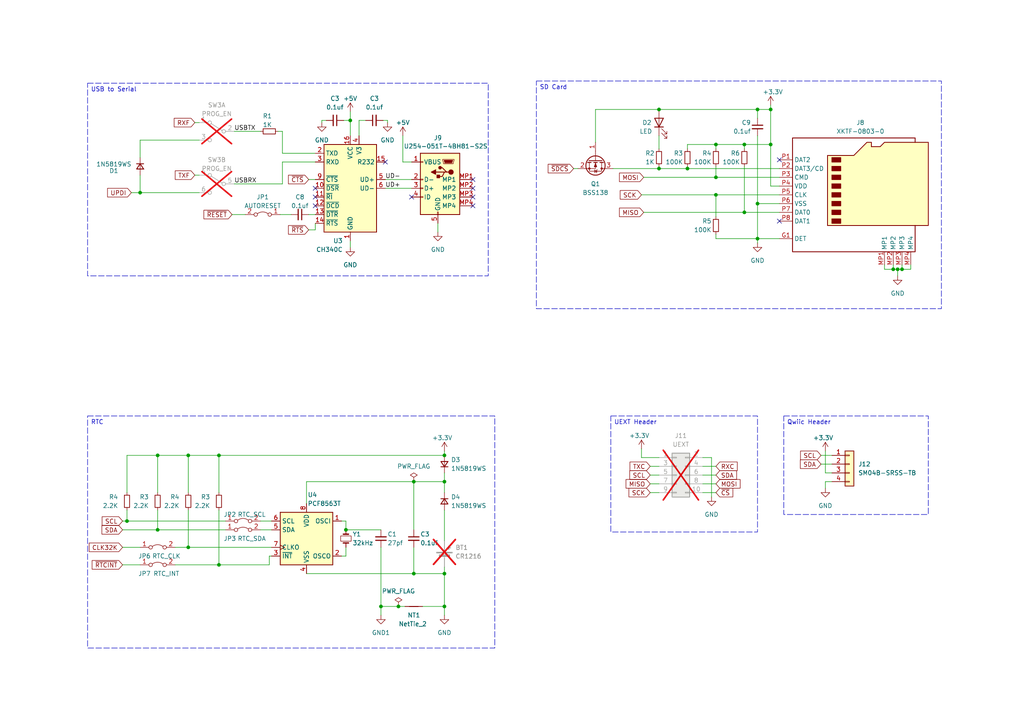
<source format=kicad_sch>
(kicad_sch (version 20231120) (generator "eeschema") (generator_version "8.0")
  (paper "A4")
  (lib_symbols
    (symbol "Connector:Micro_SD_Card_Det1"
      (property "Reference" "J11" (at 0.635 20.955 0))
      (property "Value" "Micro_SD_Card_Det1" (at 0.635 18.415 0))
      (symbol "Micro_SD_Card_Det1_0_1"
        (rectangle (start -7.62 -6.985) (end -5.08 -8.255) (stroke (width 0.254)) (fill (type outline)))
        (rectangle (start -7.62 -4.445) (end -5.08 -5.715) (stroke (width 0.254)) (fill (type outline)))
        (rectangle (start -7.62 -1.905) (end -5.08 -3.175) (stroke (width 0.254)) (fill (type outline)))
        (rectangle (start -7.62 0.635) (end -5.08 -0.635) (stroke (width 0.254)) (fill (type outline)))
        (rectangle (start -7.62 3.175) (end -5.08 1.905) (stroke (width 0.254)) (fill (type outline)))
        (rectangle (start -7.62 5.715) (end -5.08 4.445) (stroke (width 0.254)) (fill (type outline)))
        (rectangle (start -7.62 8.255) (end -5.08 6.985) (stroke (width 0.254)) (fill (type outline)))
        (rectangle (start -7.62 10.795) (end -5.08 9.525) (stroke (width 0.254)) (fill (type outline)))
        (polyline (pts (xy 16.51 15.24) (xy 16.51 16.51) (xy -19.05 16.51) (xy -19.05 -16.51) (xy 16.51 -16.51) (xy 16.51 -8.89)) (stroke (width 0.254)))
        (polyline (pts (xy -8.89 -8.89) (xy -8.89 11.43) (xy -1.27 11.43) (xy 2.54 15.24) (xy 3.81 15.24) (xy 3.81 13.97) (xy 6.35 13.97) (xy 7.62 15.24) (xy 20.32 15.24) (xy 20.32 -8.89) (xy -8.89 -8.89)) (stroke (width 0.254)) (fill (type background)))
      )
      (symbol "Micro_SD_Card_Det1_1_1"
        (pin passive line (at -22.86 -12.7 0) (length 3.81) (name "DET") (number "G1"))
        (pin passive line (at 7.62 -20.32 90) (length 3.81) (name "MP1") (number "MP1"))
        (pin passive line (at 10.16 -20.32 90) (length 3.81) (name "MP2") (number "MP2"))
        (pin passive line (at 12.7 -20.32 90) (length 3.81) (name "MP3") (number "MP3"))
        (pin passive line (at 15.24 -20.32 90) (length 3.81) (name "MP4") (number "MP4"))
        (pin bidirectional line (at -22.86 10.16 0) (length 3.81) (name "DAT2") (number "P1"))
        (pin bidirectional line (at -22.86 7.62 0) (length 3.81) (name "DAT3/CD") (number "P2"))
        (pin input line (at -22.86 5.08 0) (length 3.81) (name "CMD") (number "P3"))
        (pin power_in line (at -22.86 2.54 0) (length 3.81) (name "VDD") (number "P4"))
        (pin input line (at -22.86 0 0) (length 3.81) (name "CLK") (number "P5"))
        (pin power_in line (at -22.86 -2.54 0) (length 3.81) (name "VSS") (number "P6"))
        (pin bidirectional line (at -22.86 -5.08 0) (length 3.81) (name "DAT0") (number "P7"))
        (pin bidirectional line (at -22.86 -7.62 0) (length 3.81) (name "DAT1") (number "P8"))
      )
    )
    (symbol "Connector:USB_B_Micro" (pin_names (offset 1.016))
      (property "Reference" "J11" (at 0 12.065 0))
      (property "Value" "U254-051T-4BH81-S2S" (at 0 9.525 0))
      (symbol "USB_B_Micro_0_1"
        (rectangle (start -6.35 7.62) (end 5.08 -10.16) (stroke (width 0.254)) (fill (type background)))
        (circle (center -3.81 2.159) (radius 0.635) (stroke (width 0.254)) (fill (type outline)))
        (circle (center -0.635 3.429) (radius 0.381) (stroke (width 0.254)) (fill (type outline)))
        (rectangle (start -0.127 -9.398) (end 0.127 -10.16))
        (polyline (pts (xy -1.905 2.159) (xy 0.635 2.159)) (stroke (width 0.254)))
        (polyline (pts (xy -3.175 2.159) (xy -2.54 2.159) (xy -1.27 3.429) (xy -0.635 3.429)) (stroke (width 0.254)))
        (polyline (pts (xy -2.54 2.159) (xy -1.905 2.159) (xy -1.27 0.889) (xy 0 0.889)) (stroke (width 0.254)))
        (polyline (pts (xy 0.635 2.794) (xy 0.635 1.524) (xy 1.905 2.159) (xy 0.635 2.794)) (stroke (width 0.254)) (fill (type outline)))
        (polyline (pts (xy -4.318 5.588) (xy -1.778 5.588) (xy -2.032 4.826) (xy -4.064 4.826) (xy -4.318 5.588)) (fill (type outline)))
        (polyline (pts (xy -4.699 5.842) (xy -4.699 5.588) (xy -4.445 4.826) (xy -4.445 4.572) (xy -1.651 4.572) (xy -1.651 4.826) (xy -1.397 5.588) (xy -1.397 5.842) (xy -4.699 5.842)))
        (rectangle (start 0.254 1.27) (end -0.508 0.508) (stroke (width 0.254)) (fill (type outline)))
        (rectangle (start 5.08 -5.207) (end 4.318 -4.953))
        (rectangle (start 5.08 -2.667) (end 4.318 -2.413))
        (rectangle (start 5.08 -0.127) (end 4.318 0.127))
        (rectangle (start 5.08 4.953) (end 4.318 5.207))
      )
      (symbol "USB_B_Micro_1_1"
        (pin power_out line (at 7.62 5.08 180) (length 2.54) (name "VBUS") (number "1"))
        (pin bidirectional line (at 7.62 0 180) (length 2.54) (name "D-") (number "2"))
        (pin bidirectional line (at 7.62 -2.54 180) (length 2.54) (name "D+") (number "3"))
        (pin passive line (at 7.62 -5.08 180) (length 2.54) (name "ID") (number "4"))
        (pin power_out line (at 0 -12.7 90) (length 2.54) (name "GND") (number "5"))
        (pin passive line (at -10.16 0 0) (length 3.81) (name "MP1") (number "MP1"))
        (pin passive line (at -10.16 -2.54 0) (length 3.81) (name "MP2") (number "MP2"))
        (pin passive line (at -10.16 -5.08 0) (length 3.81) (name "MP3") (number "MP3"))
        (pin passive line (at -10.16 -7.62 0) (length 3.81) (name "MP4") (number "MP4"))
      )
    )
    (symbol "Connector_Generic:Conn_01x04" (pin_names (offset 1.016) hide)
      (property "Reference" "J" (at 0 5.08 0))
      (property "Value" "Conn_01x04" (at 0 -7.62 0))
      (symbol "Conn_01x04_1_1"
        (rectangle (start -1.27 -4.953) (end 0 -5.207) (stroke (width 0.1524)))
        (rectangle (start -1.27 -2.413) (end 0 -2.667) (stroke (width 0.1524)))
        (rectangle (start -1.27 0.127) (end 0 -0.127) (stroke (width 0.1524)))
        (rectangle (start -1.27 2.667) (end 0 2.413) (stroke (width 0.1524)))
        (rectangle (start -1.27 3.81) (end 1.27 -6.35) (stroke (width 0.254)) (fill (type background)))
        (pin passive line (at -5.08 2.54 0) (length 3.81) (name "Pin_1") (number "1"))
        (pin passive line (at -5.08 0 0) (length 3.81) (name "Pin_2") (number "2"))
        (pin passive line (at -5.08 -2.54 0) (length 3.81) (name "Pin_3") (number "3"))
        (pin passive line (at -5.08 -5.08 0) (length 3.81) (name "Pin_4") (number "4"))
      )
    )
    (symbol "Connector_Generic:Conn_02x05_Odd_Even" (pin_names (offset 1.016) hide)
      (property "Reference" "J" (at 1.27 7.62 0))
      (property "Value" "Conn_02x05_Odd_Even" (at 1.27 -7.62 0))
      (symbol "Conn_02x05_Odd_Even_1_1"
        (rectangle (start -1.27 -4.953) (end 0 -5.207) (stroke (width 0.1524)))
        (rectangle (start -1.27 -2.413) (end 0 -2.667) (stroke (width 0.1524)))
        (rectangle (start -1.27 0.127) (end 0 -0.127) (stroke (width 0.1524)))
        (rectangle (start -1.27 2.667) (end 0 2.413) (stroke (width 0.1524)))
        (rectangle (start -1.27 5.207) (end 0 4.953) (stroke (width 0.1524)))
        (rectangle (start -1.27 6.35) (end 3.81 -6.35) (stroke (width 0.254)) (fill (type background)))
        (rectangle (start 3.81 -4.953) (end 2.54 -5.207) (stroke (width 0.1524)))
        (rectangle (start 3.81 -2.413) (end 2.54 -2.667) (stroke (width 0.1524)))
        (rectangle (start 3.81 0.127) (end 2.54 -0.127) (stroke (width 0.1524)))
        (rectangle (start 3.81 2.667) (end 2.54 2.413) (stroke (width 0.1524)))
        (rectangle (start 3.81 5.207) (end 2.54 4.953) (stroke (width 0.1524)))
        (pin passive line (at -5.08 5.08 0) (length 3.81) (name "Pin_1") (number "1"))
        (pin passive line (at 7.62 -5.08 180) (length 3.81) (name "Pin_10") (number "10"))
        (pin passive line (at 7.62 5.08 180) (length 3.81) (name "Pin_2") (number "2"))
        (pin passive line (at -5.08 2.54 0) (length 3.81) (name "Pin_3") (number "3"))
        (pin passive line (at 7.62 2.54 180) (length 3.81) (name "Pin_4") (number "4"))
        (pin passive line (at -5.08 0 0) (length 3.81) (name "Pin_5") (number "5"))
        (pin passive line (at 7.62 0 180) (length 3.81) (name "Pin_6") (number "6"))
        (pin passive line (at -5.08 -2.54 0) (length 3.81) (name "Pin_7") (number "7"))
        (pin passive line (at 7.62 -2.54 180) (length 3.81) (name "Pin_8") (number "8"))
        (pin passive line (at -5.08 -5.08 0) (length 3.81) (name "Pin_9") (number "9"))
      )
    )
    (symbol "Device:Battery_Cell" (pin_numbers hide) (pin_names (offset 0) hide)
      (property "Reference" "BT" (at 2.54 2.54 0))
      (property "Value" "Battery_Cell" (at 2.54 0 0))
      (symbol "Battery_Cell_0_1"
        (rectangle (start -2.286 1.778) (end 2.286 1.524) (fill (type outline)))
        (rectangle (start -1.524 1.016) (end 1.524 0.508) (fill (type outline)))
        (polyline (pts (xy 0 0.762) (xy 0 0)))
        (polyline (pts (xy 0 1.778) (xy 0 2.54)))
        (polyline (pts (xy 0.762 3.048) (xy 1.778 3.048)) (stroke (width 0.254)))
        (polyline (pts (xy 1.27 3.556) (xy 1.27 2.54)) (stroke (width 0.254)))
      )
      (symbol "Battery_Cell_1_1"
        (pin passive line (at 0 5.08 270) (length 2.54) (name "+") (number "1"))
        (pin passive line (at 0 -2.54 90) (length 2.54) (name "-") (number "2"))
      )
    )
    (symbol "Device:C_Small" (pin_numbers hide) (pin_names (offset 0.254) hide)
      (property "Reference" "C" (at 0.254 1.778 0))
      (property "Value" "C_Small" (at 0.254 -2.032 0))
      (symbol "C_Small_0_1"
        (polyline (pts (xy -1.524 -0.508) (xy 1.524 -0.508)) (stroke (width 0.3302)))
        (polyline (pts (xy -1.524 0.508) (xy 1.524 0.508)) (stroke (width 0.3048)))
      )
      (symbol "C_Small_1_1"
        (pin passive line (at 0 2.54 270) (length 2.032) (name "~") (number "1"))
        (pin passive line (at 0 -2.54 90) (length 2.032) (name "~") (number "2"))
      )
    )
    (symbol "Device:Crystal_Small" (pin_numbers hide) (pin_names (offset 1.016) hide)
      (property "Reference" "Y" (at 0 2.54 0))
      (property "Value" "Crystal_Small" (at 0 -2.54 0))
      (symbol "Crystal_Small_0_1"
        (rectangle (start -0.762 -1.524) (end 0.762 1.524))
        (polyline (pts (xy -1.27 -0.762) (xy -1.27 0.762)) (stroke (width 0.381)))
        (polyline (pts (xy 1.27 -0.762) (xy 1.27 0.762)) (stroke (width 0.381)))
      )
      (symbol "Crystal_Small_1_1"
        (pin passive line (at -2.54 0 0) (length 1.27) (name "1") (number "1"))
        (pin passive line (at 2.54 0 180) (length 1.27) (name "2") (number "2"))
      )
    )
    (symbol "Device:D_Small" (pin_numbers hide) (pin_names (offset 0.254) hide)
      (property "Reference" "D" (at -1.27 2.032 0))
      (property "Value" "D_Small" (at -3.81 -2.032 0))
      (symbol "D_Small_0_1"
        (polyline (pts (xy -0.762 -1.016) (xy -0.762 1.016)) (stroke (width 0.254)))
        (polyline (pts (xy -0.762 0) (xy 0.762 0)))
        (polyline (pts (xy 0.762 -1.016) (xy -0.762 0) (xy 0.762 1.016) (xy 0.762 -1.016)) (stroke (width 0.254)))
      )
      (symbol "D_Small_1_1"
        (pin passive line (at -2.54 0 0) (length 1.778) (name "K") (number "1"))
        (pin passive line (at 2.54 0 180) (length 1.778) (name "A") (number "2"))
      )
    )
    (symbol "Device:LED" (pin_numbers hide) (pin_names (offset 1.016) hide)
      (property "Reference" "D" (at 0 2.54 0))
      (property "Value" "LED" (at 0 -2.54 0))
      (symbol "LED_0_1"
        (polyline (pts (xy -1.27 -1.27) (xy -1.27 1.27)) (stroke (width 0.254)))
        (polyline (pts (xy -1.27 0) (xy 1.27 0)))
        (polyline (pts (xy 1.27 -1.27) (xy 1.27 1.27) (xy -1.27 0) (xy 1.27 -1.27)) (stroke (width 0.254)))
        (polyline (pts (xy -3.048 -0.762) (xy -4.572 -2.286) (xy -3.81 -2.286) (xy -4.572 -2.286) (xy -4.572 -1.524)))
        (polyline (pts (xy -1.778 -0.762) (xy -3.302 -2.286) (xy -2.54 -2.286) (xy -3.302 -2.286) (xy -3.302 -1.524)))
      )
      (symbol "LED_1_1"
        (pin passive line (at -3.81 0 0) (length 2.54) (name "K") (number "1"))
        (pin passive line (at 3.81 0 180) (length 2.54) (name "A") (number "2"))
      )
    )
    (symbol "Device:NetTie_2" (pin_numbers hide) (pin_names (offset 0) hide) (in_bom no)
      (property "Reference" "NT" (at 0 1.27 0))
      (property "Value" "NetTie_2" (at 0 -1.27 0))
      (symbol "NetTie_2_0_1"
        (polyline (pts (xy -1.27 0) (xy 1.27 0)) (stroke (width 0.254)))
      )
      (symbol "NetTie_2_1_1"
        (pin passive line (at -2.54 0 0) (length 2.54) (name "1") (number "1"))
        (pin passive line (at 2.54 0 180) (length 2.54) (name "2") (number "2"))
      )
    )
    (symbol "Device:R_Small" (pin_numbers hide) (pin_names (offset 0.254) hide)
      (property "Reference" "R" (at 0.762 0.508 0))
      (property "Value" "R_Small" (at 0.762 -1.016 0))
      (symbol "R_Small_0_1"
        (rectangle (start -0.762 1.778) (end 0.762 -1.778) (stroke (width 0.2032)))
      )
      (symbol "R_Small_1_1"
        (pin passive line (at 0 2.54 270) (length 0.762) (name "~") (number "1"))
        (pin passive line (at 0 -2.54 90) (length 0.762) (name "~") (number "2"))
      )
    )
    (symbol "GND_1" (power) (pin_names (offset 0))
      (property "Value" "GND_1" (at 0 -3.81 0))
      (symbol "GND_1_0_1"
        (polyline (pts (xy 0 0) (xy 0 -1.27) (xy 1.27 -1.27) (xy 0 -2.54) (xy -1.27 -1.27) (xy 0 -1.27)))
      )
      (symbol "GND_1_1_1"
        (pin power_in line (at 0 0 270) (length 0) hide (name "GND") (number "1"))
      )
    )
    (symbol "Interface_USB:CH340C"
      (property "Reference" "U" (at -5.08 13.97 0))
      (property "Value" "CH340C" (at 1.27 13.97 0))
      (symbol "CH340C_0_1"
        (rectangle (start -7.62 12.7) (end 7.62 -12.7) (stroke (width 0.254)) (fill (type background)))
      )
      (symbol "CH340C_1_1"
        (pin power_in line (at 0 -15.24 90) (length 2.54) (name "GND") (number "1"))
        (pin input line (at 10.16 0 180) (length 2.54) (name "~{DSR}") (number "10"))
        (pin input line (at 10.16 -2.54 180) (length 2.54) (name "~{RI}") (number "11"))
        (pin input line (at 10.16 -5.08 180) (length 2.54) (name "~{DCD}") (number "12"))
        (pin output line (at 10.16 -7.62 180) (length 2.54) (name "~{DTR}") (number "13"))
        (pin output line (at 10.16 -10.16 180) (length 2.54) (name "~{RTS}") (number "14"))
        (pin input line (at -10.16 7.62 0) (length 2.54) (name "R232") (number "15"))
        (pin power_in line (at 0 15.24 270) (length 2.54) (name "VCC") (number "16"))
        (pin output line (at 10.16 10.16 180) (length 2.54) (name "TXD") (number "2"))
        (pin input line (at 10.16 7.62 180) (length 2.54) (name "RXD") (number "3"))
        (pin passive line (at -2.54 15.24 270) (length 2.54) (name "V3") (number "4"))
        (pin bidirectional line (at -10.16 2.54 0) (length 2.54) (name "UD+") (number "5"))
        (pin bidirectional line (at -10.16 0 0) (length 2.54) (name "UD-") (number "6"))
        (pin no_connect line (at -7.62 -7.62 0) (length 2.54) hide (name "NC") (number "7"))
        (pin no_connect line (at -7.62 -10.16 0) (length 2.54) hide (name "NC") (number "8"))
        (pin input line (at 10.16 2.54 180) (length 2.54) (name "~{CTS}") (number "9"))
      )
    )
    (symbol "Jumper:Jumper_2_Bridged" (pin_names (offset 0) hide)
      (property "Reference" "JP" (at 0 1.905 0))
      (property "Value" "Jumper_2_Bridged" (at 0 -2.54 0))
      (symbol "Jumper_2_Bridged_0_0"
        (circle (center -2.032 0) (radius 0.508))
        (circle (center 2.032 0) (radius 0.508))
      )
      (symbol "Jumper_2_Bridged_0_1"
        (arc (start 1.524 0.254) (mid 0 0.762) (end -1.524 0.254))
      )
      (symbol "Jumper_2_Bridged_1_1"
        (pin passive line (at -5.08 0 0) (length 2.54) (name "A") (number "1"))
        (pin passive line (at 5.08 0 180) (length 2.54) (name "B") (number "2"))
      )
    )
    (symbol "Switch:SW_DPDT_x2" (pin_names (offset 0) hide)
      (property "Reference" "SW" (at 0 4.318 0))
      (property "Value" "SW_DPDT_x2" (at 0 -5.08 0))
      (symbol "SW_DPDT_x2_0_0"
        (circle (center -2.032 0) (radius 0.508))
        (circle (center 2.032 -2.54) (radius 0.508))
      )
      (symbol "SW_DPDT_x2_0_1"
        (polyline (pts (xy -1.524 0.254) (xy 1.651 2.286)))
        (circle (center 2.032 2.54) (radius 0.508))
      )
      (symbol "SW_DPDT_x2_1_1"
        (pin passive line (at 5.08 2.54 180) (length 2.54) (name "A") (number "1"))
        (pin passive line (at -5.08 0 0) (length 2.54) (name "B") (number "2"))
        (pin passive line (at 5.08 -2.54 180) (length 2.54) (name "C") (number "3"))
      )
      (symbol "SW_DPDT_x2_2_1"
        (pin passive line (at 5.08 2.54 180) (length 2.54) (name "A") (number "4"))
        (pin passive line (at -5.08 0 0) (length 2.54) (name "B") (number "5"))
        (pin passive line (at 5.08 -2.54 180) (length 2.54) (name "C") (number "6"))
      )
    )
    (symbol "Timer_RTC:PCF8563T"
      (property "Reference" "U" (at -7.62 8.89 0))
      (property "Value" "PCF8563T" (at 2.54 8.89 0))
      (symbol "PCF8563T_0_1"
        (rectangle (start -7.62 7.62) (end 7.62 -7.62) (stroke (width 0.254)) (fill (type background)))
      )
      (symbol "PCF8563T_1_1"
        (pin input line (at -10.16 5.08 0) (length 2.54) (name "OSCI") (number "1"))
        (pin output line (at -10.16 -5.08 0) (length 2.54) (name "OSCO") (number "2"))
        (pin output line (at 10.16 -5.08 180) (length 2.54) (name "~{INT}") (number "3"))
        (pin power_in line (at 0 -10.16 90) (length 2.54) (name "VSS") (number "4"))
        (pin bidirectional line (at 10.16 2.54 180) (length 2.54) (name "SDA") (number "5"))
        (pin input line (at 10.16 5.08 180) (length 2.54) (name "SCL") (number "6"))
        (pin output clock (at 10.16 -2.54 180) (length 2.54) (name "CLKO") (number "7"))
        (pin power_in line (at 0 10.16 270) (length 2.54) (name "VDD") (number "8"))
      )
    )
    (symbol "Transistor_FET:BSS138" (pin_names hide)
      (property "Reference" "Q" (at 5.08 1.905 0))
      (property "Value" "BSS138" (at 5.08 0 0))
      (symbol "BSS138_0_1"
        (polyline (pts (xy 0.254 0) (xy -2.54 0)))
        (polyline (pts (xy 0.254 1.905) (xy 0.254 -1.905)) (stroke (width 0.254)))
        (polyline (pts (xy 0.762 -1.27) (xy 0.762 -2.286)) (stroke (width 0.254)))
        (polyline (pts (xy 0.762 0.508) (xy 0.762 -0.508)) (stroke (width 0.254)))
        (polyline (pts (xy 0.762 2.286) (xy 0.762 1.27)) (stroke (width 0.254)))
        (polyline (pts (xy 2.54 2.54) (xy 2.54 1.778)))
        (polyline (pts (xy 2.54 -2.54) (xy 2.54 0) (xy 0.762 0)))
        (polyline (pts (xy 0.762 -1.778) (xy 3.302 -1.778) (xy 3.302 1.778) (xy 0.762 1.778)))
        (polyline (pts (xy 1.016 0) (xy 2.032 0.381) (xy 2.032 -0.381) (xy 1.016 0)) (fill (type outline)))
        (polyline (pts (xy 2.794 0.508) (xy 2.921 0.381) (xy 3.683 0.381) (xy 3.81 0.254)))
        (polyline (pts (xy 3.302 0.381) (xy 2.921 -0.254) (xy 3.683 -0.254) (xy 3.302 0.381)))
        (circle (center 1.651 0) (radius 2.794) (stroke (width 0.254)))
        (circle (center 2.54 -1.778) (radius 0.254) (fill (type outline)))
        (circle (center 2.54 1.778) (radius 0.254) (fill (type outline)))
      )
      (symbol "BSS138_1_1"
        (pin input line (at -5.08 0 0) (length 2.54) (name "G") (number "1"))
        (pin passive line (at 2.54 -5.08 90) (length 2.54) (name "S") (number "2"))
        (pin passive line (at 2.54 5.08 270) (length 2.54) (name "D") (number "3"))
      )
    )
    (symbol "power:+3.3V" (power) (pin_names (offset 0))
      (property "Value" "+3.3V" (at 0 3.556 0))
      (symbol "+3.3V_0_1"
        (polyline (pts (xy -0.762 1.27) (xy 0 2.54)))
        (polyline (pts (xy 0 0) (xy 0 2.54)))
        (polyline (pts (xy 0 2.54) (xy 0.762 1.27)))
      )
      (symbol "+3.3V_1_1"
        (pin power_in line (at 0 0 90) (length 0) hide (name "+3.3V") (number "1"))
      )
    )
    (symbol "power:+5V" (power) (pin_names (offset 0))
      (property "Value" "+5V" (at 0 3.556 0))
      (symbol "+5V_0_1"
        (polyline (pts (xy -0.762 1.27) (xy 0 2.54)))
        (polyline (pts (xy 0 0) (xy 0 2.54)))
        (polyline (pts (xy 0 2.54) (xy 0.762 1.27)))
      )
      (symbol "+5V_1_1"
        (pin power_in line (at 0 0 90) (length 0) hide (name "+5V") (number "1"))
      )
    )
    (symbol "power:GND1" (power) (pin_names (offset 0))
      (property "Value" "GND1" (at 0 -3.81 0))
      (symbol "GND1_0_1"
        (polyline (pts (xy 0 0) (xy 0 -1.27) (xy 1.27 -1.27) (xy 0 -2.54) (xy -1.27 -1.27) (xy 0 -1.27)))
      )
      (symbol "GND1_1_1"
        (pin power_in line (at 0 0 270) (length 0) hide (name "GND1") (number "1"))
      )
    )
    (symbol "power:PWR_FLAG" (power) (pin_numbers hide) (pin_names (offset 0) hide)
      (property "Value" "PWR_FLAG" (at 0 3.81 0))
      (symbol "PWR_FLAG_0_0"
        (pin power_out line (at 0 0 90) (length 0) (name "pwr") (number "1"))
      )
      (symbol "PWR_FLAG_0_1"
        (polyline (pts (xy 0 0) (xy 0 1.27) (xy -1.016 1.905) (xy 0 2.54) (xy 1.016 1.905) (xy 0 1.27)))
      )
    )
  )
  (junction (at 54.61 132.08))
  (junction (at 215.9 61.595))
  (junction (at 63.5 163.83))
  (junction (at 259.08 78.105))
  (junction (at 36.83 151.13))
  (junction (at 219.71 59.055))
  (junction (at 128.905 175.895))
  (junction (at 54.61 158.75))
  (junction (at 128.905 139.7))
  (junction (at 260.35 78.105))
  (junction (at 191.135 31.75))
  (junction (at 120.015 166.37))
  (junction (at 207.645 51.435))
  (junction (at 101.6 34.925))
  (junction (at 63.5 132.08))
  (junction (at 45.72 132.08))
  (junction (at 110.49 175.895))
  (junction (at 100.33 153.67))
  (junction (at 120.015 139.7))
  (junction (at 219.71 69.215))
  (junction (at 128.905 132.08))
  (junction (at 199.39 48.895))
  (junction (at 207.645 41.91))
  (junction (at 223.52 41.91))
  (junction (at 128.905 166.37))
  (junction (at 45.72 153.67))
  (junction (at 191.135 48.895))
  (junction (at 115.57 175.895))
  (junction (at 40.64 55.88))
  (junction (at 207.645 56.515))
  (junction (at 215.9 41.91))
  (junction (at 219.71 31.75))
  (junction (at 261.62 78.105))
  (junction (at 223.52 31.75))
  (no_connect (at 137.16 52.07))
  (no_connect (at 119.38 57.15))
  (no_connect (at 226.06 46.355))
  (no_connect (at 226.06 64.135))
  (no_connect (at 137.16 57.15))
  (no_connect (at 91.44 57.15))
  (no_connect (at 137.16 54.61))
  (no_connect (at 111.76 46.99))
  (no_connect (at 91.44 59.69))
  (no_connect (at 137.16 59.69))
  (no_connect (at 91.44 54.61))
  (wire (pts (xy 128.905 164.465) (xy 128.905 166.37)))
  (wire (pts (xy 219.71 69.215) (xy 226.06 69.215)))
  (wire (pts (xy 261.62 76.835) (xy 261.62 78.105)))
  (wire (pts (xy 207.645 41.91) (xy 215.9 41.91)))
  (wire (pts (xy 101.6 34.925) (xy 99.695 34.925)))
  (wire (pts (xy 81.915 44.45) (xy 81.915 38.1)))
  (wire (pts (xy 177.8 48.895) (xy 191.135 48.895)))
  (wire (pts (xy 128.905 139.7) (xy 128.905 142.875)))
  (wire (pts (xy 99.06 151.13) (xy 100.33 151.13)))
  (wire (pts (xy 207.645 69.215) (xy 219.71 69.215)))
  (wire (pts (xy 203.835 132.715) (xy 206.375 132.715)))
  (wire (pts (xy 207.645 56.515) (xy 226.06 56.515)))
  (wire (pts (xy 116.84 46.99) (xy 116.84 39.37)))
  (wire (pts (xy 104.14 34.925) (xy 106.045 34.925)))
  (wire (pts (xy 75.565 151.13) (xy 78.74 151.13)))
  (wire (pts (xy 127 64.77) (xy 127 67.31)))
  (wire (pts (xy 206.375 132.715) (xy 206.375 144.145)))
  (wire (pts (xy 122.555 175.895) (xy 128.905 175.895)))
  (wire (pts (xy 75.565 38.1) (xy 67.945 38.1)))
  (wire (pts (xy 256.54 76.835) (xy 256.54 78.105)))
  (wire (pts (xy 239.395 130.81) (xy 239.395 137.16)))
  (wire (pts (xy 40.64 55.88) (xy 38.1 55.88)))
  (wire (pts (xy 104.14 34.925) (xy 104.14 39.37)))
  (wire (pts (xy 54.61 132.08) (xy 54.61 142.875)))
  (wire (pts (xy 191.135 48.895) (xy 199.39 48.895)))
  (wire (pts (xy 88.9 166.37) (xy 120.015 166.37)))
  (wire (pts (xy 188.595 140.335) (xy 191.135 140.335)))
  (wire (pts (xy 219.71 59.055) (xy 226.06 59.055)))
  (wire (pts (xy 203.835 140.335) (xy 207.645 140.335)))
  (wire (pts (xy 207.645 41.91) (xy 207.645 43.18)))
  (wire (pts (xy 50.8 158.75) (xy 54.61 158.75)))
  (wire (pts (xy 56.515 35.56) (xy 57.785 35.56)))
  (wire (pts (xy 120.015 158.75) (xy 120.015 166.37)))
  (wire (pts (xy 75.565 153.67) (xy 78.74 153.67)))
  (wire (pts (xy 81.915 38.1) (xy 80.645 38.1)))
  (wire (pts (xy 260.35 78.105) (xy 261.62 78.105)))
  (wire (pts (xy 259.08 76.835) (xy 259.08 78.105)))
  (wire (pts (xy 100.33 161.29) (xy 100.33 158.75)))
  (wire (pts (xy 241.3 139.7) (xy 239.395 139.7)))
  (wire (pts (xy 186.055 56.515) (xy 207.645 56.515)))
  (wire (pts (xy 199.39 48.26) (xy 199.39 48.895)))
  (wire (pts (xy 215.9 48.26) (xy 215.9 61.595)))
  (wire (pts (xy 207.645 48.26) (xy 207.645 51.435)))
  (wire (pts (xy 57.785 55.88) (xy 40.64 55.88)))
  (wire (pts (xy 188.595 135.255) (xy 191.135 135.255)))
  (wire (pts (xy 188.595 137.795) (xy 191.135 137.795)))
  (wire (pts (xy 35.56 158.75) (xy 40.64 158.75)))
  (wire (pts (xy 186.055 132.715) (xy 191.135 132.715)))
  (wire (pts (xy 115.57 175.895) (xy 117.475 175.895)))
  (wire (pts (xy 215.9 61.595) (xy 226.06 61.595)))
  (wire (pts (xy 88.9 139.7) (xy 88.9 146.05)))
  (wire (pts (xy 63.5 147.955) (xy 63.5 163.83)))
  (wire (pts (xy 207.645 51.435) (xy 226.06 51.435)))
  (wire (pts (xy 223.52 31.75) (xy 223.52 41.91)))
  (wire (pts (xy 128.905 175.895) (xy 128.905 178.435)))
  (wire (pts (xy 93.345 34.925) (xy 93.345 35.56)))
  (wire (pts (xy 111.125 34.925) (xy 112.395 34.925)))
  (wire (pts (xy 84.455 62.23) (xy 81.28 62.23)))
  (wire (pts (xy 119.38 54.61) (xy 111.76 54.61)))
  (wire (pts (xy 35.56 151.13) (xy 36.83 151.13)))
  (wire (pts (xy 223.52 53.975) (xy 226.06 53.975)))
  (wire (pts (xy 112.395 34.925) (xy 112.395 35.56)))
  (wire (pts (xy 45.72 132.08) (xy 54.61 132.08)))
  (wire (pts (xy 91.44 66.675) (xy 91.44 64.77)))
  (wire (pts (xy 89.535 66.675) (xy 91.44 66.675)))
  (wire (pts (xy 199.39 41.91) (xy 199.39 43.18)))
  (wire (pts (xy 223.52 41.91) (xy 223.52 53.975)))
  (wire (pts (xy 36.83 132.08) (xy 36.83 142.875)))
  (wire (pts (xy 100.33 151.13) (xy 100.33 153.67)))
  (wire (pts (xy 99.06 161.29) (xy 100.33 161.29)))
  (wire (pts (xy 56.515 50.8) (xy 57.785 50.8)))
  (wire (pts (xy 239.395 137.16) (xy 241.3 137.16)))
  (wire (pts (xy 54.61 158.75) (xy 78.74 158.75)))
  (wire (pts (xy 191.135 31.75) (xy 219.71 31.75)))
  (wire (pts (xy 91.44 62.23) (xy 89.535 62.23)))
  (wire (pts (xy 45.72 153.67) (xy 65.405 153.67)))
  (wire (pts (xy 203.835 135.255) (xy 207.645 135.255)))
  (wire (pts (xy 261.62 78.105) (xy 264.16 78.105)))
  (wire (pts (xy 120.015 139.7) (xy 120.015 153.67)))
  (wire (pts (xy 110.49 158.75) (xy 110.49 175.895)))
  (wire (pts (xy 191.135 48.26) (xy 191.135 48.895)))
  (wire (pts (xy 259.08 78.105) (xy 260.35 78.105)))
  (wire (pts (xy 188.595 142.875) (xy 191.135 142.875)))
  (wire (pts (xy 88.9 139.7) (xy 120.015 139.7)))
  (wire (pts (xy 264.16 78.105) (xy 264.16 76.835)))
  (wire (pts (xy 40.64 55.88) (xy 40.64 50.8)))
  (wire (pts (xy 100.33 153.67) (xy 110.49 153.67)))
  (wire (pts (xy 35.56 153.67) (xy 45.72 153.67)))
  (wire (pts (xy 63.5 132.08) (xy 63.5 142.875)))
  (wire (pts (xy 191.135 39.37) (xy 191.135 43.18)))
  (wire (pts (xy 45.72 147.955) (xy 45.72 153.67)))
  (wire (pts (xy 128.905 166.37) (xy 128.905 175.895)))
  (wire (pts (xy 101.6 69.85) (xy 101.6 71.755)))
  (wire (pts (xy 239.395 139.7) (xy 239.395 141.605)))
  (wire (pts (xy 219.71 59.055) (xy 219.71 69.215)))
  (wire (pts (xy 207.645 56.515) (xy 207.645 62.865)))
  (wire (pts (xy 119.38 52.07) (xy 111.76 52.07)))
  (wire (pts (xy 186.69 61.595) (xy 215.9 61.595)))
  (wire (pts (xy 219.71 69.215) (xy 219.71 70.485)))
  (wire (pts (xy 67.31 62.23) (xy 71.12 62.23)))
  (wire (pts (xy 207.645 67.945) (xy 207.645 69.215)))
  (wire (pts (xy 101.6 32.385) (xy 101.6 34.925)))
  (wire (pts (xy 215.9 41.91) (xy 215.9 43.18)))
  (wire (pts (xy 94.615 34.925) (xy 93.345 34.925)))
  (wire (pts (xy 40.64 40.64) (xy 57.785 40.64)))
  (wire (pts (xy 203.835 142.875) (xy 207.645 142.875)))
  (wire (pts (xy 81.915 53.34) (xy 67.945 53.34)))
  (wire (pts (xy 35.56 163.83) (xy 40.64 163.83)))
  (wire (pts (xy 219.71 31.75) (xy 223.52 31.75)))
  (wire (pts (xy 119.38 46.99) (xy 116.84 46.99)))
  (wire (pts (xy 50.8 163.83) (xy 63.5 163.83)))
  (wire (pts (xy 219.71 31.75) (xy 219.71 34.29)))
  (wire (pts (xy 81.915 44.45) (xy 91.44 44.45)))
  (wire (pts (xy 91.44 46.99) (xy 81.915 46.99)))
  (wire (pts (xy 128.905 137.16) (xy 128.905 139.7)))
  (wire (pts (xy 120.015 166.37) (xy 128.905 166.37)))
  (wire (pts (xy 219.71 39.37) (xy 219.71 59.055)))
  (wire (pts (xy 45.72 132.08) (xy 45.72 142.875)))
  (wire (pts (xy 78.105 161.29) (xy 78.105 163.83)))
  (wire (pts (xy 120.015 139.7) (xy 128.905 139.7)))
  (wire (pts (xy 215.9 41.91) (xy 223.52 41.91)))
  (wire (pts (xy 256.54 78.105) (xy 259.08 78.105)))
  (wire (pts (xy 172.72 31.75) (xy 172.72 41.275)))
  (wire (pts (xy 199.39 48.895) (xy 226.06 48.895)))
  (wire (pts (xy 186.69 51.435) (xy 207.645 51.435)))
  (wire (pts (xy 54.61 132.08) (xy 63.5 132.08)))
  (wire (pts (xy 101.6 34.925) (xy 101.6 39.37)))
  (wire (pts (xy 78.105 161.29) (xy 78.74 161.29)))
  (wire (pts (xy 110.49 175.895) (xy 110.49 178.435)))
  (wire (pts (xy 110.49 175.895) (xy 115.57 175.895)))
  (wire (pts (xy 238.125 132.08) (xy 241.3 132.08)))
  (wire (pts (xy 63.5 132.08) (xy 128.905 132.08)))
  (wire (pts (xy 223.52 30.48) (xy 223.52 31.75)))
  (wire (pts (xy 89.535 52.07) (xy 91.44 52.07)))
  (wire (pts (xy 81.915 46.99) (xy 81.915 53.34)))
  (wire (pts (xy 40.64 40.64) (xy 40.64 45.72)))
  (wire (pts (xy 128.905 147.955) (xy 128.905 156.845)))
  (wire (pts (xy 172.72 31.75) (xy 191.135 31.75)))
  (wire (pts (xy 238.125 134.62) (xy 241.3 134.62)))
  (wire (pts (xy 54.61 147.955) (xy 54.61 158.75)))
  (wire (pts (xy 260.35 78.105) (xy 260.35 80.01)))
  (wire (pts (xy 63.5 163.83) (xy 78.105 163.83)))
  (wire (pts (xy 186.055 130.175) (xy 186.055 132.715)))
  (wire (pts (xy 166.37 48.895) (xy 167.64 48.895)))
  (wire (pts (xy 36.83 151.13) (xy 65.405 151.13)))
  (wire (pts (xy 36.83 147.955) (xy 36.83 151.13)))
  (wire (pts (xy 203.835 137.795) (xy 207.645 137.795)))
  (wire (pts (xy 128.905 130.81) (xy 128.905 132.08)))
  (wire (pts (xy 36.83 132.08) (xy 45.72 132.08)))
  (wire (pts (xy 199.39 41.91) (xy 207.645 41.91)))
  (text_box "RTC" (at 25.4 120.65 0) (size 118.11 67.31) (stroke (width 0) (type dash)) (effects (font (size 1.27 1.27)) (justify left top)))
  (text_box "USB to Serial" (at 25.4 24.13 0) (size 116.205 55.88) (stroke (width 0) (type dash)) (effects (font (size 1.27 1.27)) (justify left top)))
  (text_box "SD Card" (at 155.575 23.495 0) (size 117.475 66.04) (stroke (width 0) (type dash)) (effects (font (size 1.27 1.27)) (justify left top)))
  (text_box "UEXT Header" (at 177.165 120.65 0) (size 42.545 33.655) (stroke (width 0) (type dash)) (effects (font (size 1.27 1.27)) (justify left top)))
  (text_box "Qwiic Header" (at 227.33 120.65 0) (size 41.91 28.575) (stroke (width 0) (type dash)) (effects (font (size 1.27 1.27)) (justify left top)))
  (label "UD+" (at 111.76 54.61 0))
  (label "USBTX" (at 67.945 38.1 0))
  (label "UD-" (at 111.76 52.07 0))
  (label "USBRX" (at 67.945 53.34 0))
  (global_label "TXC" (shape input) (at 188.595 135.255 180) (property "Intersheetrefs" "${INTERSHEET_REFS}" (effects (hide yes))))
  (global_label "TXF" (shape input) (at 56.515 50.8 180) (property "Intersheetrefs" "${INTERSHEET_REFS}" (effects (hide yes))))
  (global_label "MOSI" (shape input) (at 207.645 140.335 0) (property "Intersheetrefs" "${INTERSHEET_REFS}" (effects (hide yes))))
  (global_label "CLK32K" (shape input) (at 35.56 158.75 180) (property "Intersheetrefs" "${INTERSHEET_REFS}" (effects (hide yes))))
  (global_label "SCL" (shape input) (at 238.125 132.08 180) (property "Intersheetrefs" "${INTERSHEET_REFS}" (effects (hide yes))))
  (global_label "SDA" (shape input) (at 35.56 153.67 180) (property "Intersheetrefs" "${INTERSHEET_REFS}" (effects (hide yes))))
  (global_label "SCL" (shape input) (at 188.595 137.795 180) (property "Intersheetrefs" "${INTERSHEET_REFS}" (effects (hide yes))))
  (global_label "~{SDCS}" (shape input) (at 166.37 48.895 180) (property "Intersheetrefs" "${INTERSHEET_REFS}" (effects (hide yes))))
  (global_label "SCL" (shape input) (at 35.56 151.13 180) (property "Intersheetrefs" "${INTERSHEET_REFS}" (effects (hide yes))))
  (global_label "UPDI" (shape input) (at 38.1 55.88 180) (property "Intersheetrefs" "${INTERSHEET_REFS}" (effects (hide yes))))
  (global_label "MOSI" (shape input) (at 186.69 51.435 180) (property "Intersheetrefs" "${INTERSHEET_REFS}" (effects (hide yes))))
  (global_label "SCK" (shape input) (at 188.595 142.875 180) (property "Intersheetrefs" "${INTERSHEET_REFS}" (effects (hide yes))))
  (global_label "MISO" (shape input) (at 188.595 140.335 180) (property "Intersheetrefs" "${INTERSHEET_REFS}" (effects (hide yes))))
  (global_label "SDA" (shape input) (at 207.645 137.795 0) (property "Intersheetrefs" "${INTERSHEET_REFS}" (effects (hide yes))))
  (global_label "~{CTS}" (shape input) (at 89.535 52.07 180) (property "Intersheetrefs" "${INTERSHEET_REFS}" (effects (hide yes))))
  (global_label "~{RTCINT}" (shape input) (at 35.56 163.83 180) (property "Intersheetrefs" "${INTERSHEET_REFS}" (effects (hide yes))))
  (global_label "~{RTS}" (shape input) (at 89.535 66.675 180) (property "Intersheetrefs" "${INTERSHEET_REFS}" (effects (hide yes))))
  (global_label "RXC" (shape input) (at 207.645 135.255 0) (property "Intersheetrefs" "${INTERSHEET_REFS}" (effects (hide yes))))
  (global_label "~{RESET}" (shape input) (at 67.31 62.23 180) (property "Intersheetrefs" "${INTERSHEET_REFS}" (effects (hide yes))))
  (global_label "MISO" (shape input) (at 186.69 61.595 180) (property "Intersheetrefs" "${INTERSHEET_REFS}" (effects (hide yes))))
  (global_label "SCK" (shape input) (at 186.055 56.515 180) (property "Intersheetrefs" "${INTERSHEET_REFS}" (effects (hide yes))))
  (global_label "SDA" (shape input) (at 238.125 134.62 180) (property "Intersheetrefs" "${INTERSHEET_REFS}" (effects (hide yes))))
  (global_label "RXF" (shape input) (at 56.515 35.56 180) (property "Intersheetrefs" "${INTERSHEET_REFS}" (effects (hide yes))))
  (global_label "~{CS}" (shape input) (at 207.645 142.875 0) (property "Intersheetrefs" "${INTERSHEET_REFS}" (effects (hide yes))))
  (symbol (lib_id "Device:C_Small") (at 108.585 34.925 90) (unit 1)
    (property "Reference" "C3" (at 108.5913 28.575 90))
    (property "Value" "0.1uf" (at 108.5913 31.115 90))
    (property "Footprint" "Capacitor_SMD:C_0402_1005Metric" (effects (hide yes)))
    (instances (project "temp" (path "" (reference "C3") (unit 1))) (project "avrbrain" (path "" (reference "C11") (unit 1))))
  )
  (symbol (lib_name "GND_1") (lib_id "power:GND") (at 128.905 178.435 0) (unit 1)
    (property "Reference" "#PWR048" (effects (hide yes)))
    (property "Value" "GND" (at 128.905 183.515 0))
  )
  (symbol (lib_id "Jumper:Jumper_2_Bridged") (at 70.485 151.13 0) (unit 1)
    (property "Reference" "JP2" (at 66.675 149.225 0))
    (property "Value" "RTC_SCL" (at 73.025 149.225 0))
    (property "Footprint" "Jumper:SolderJumper-2_P1.3mm_Bridged_RoundedPad1.0x1.5mm" (effects (hide yes)))
  )
  (symbol (lib_id "power:+5V") (at 116.84 39.37 0) (mirror y) (unit 1)
    (property "Reference" "#PWR05" (effects (hide yes)))
    (property "Value" "+5V" (at 116.84 35.56 0))
  )
  (symbol (lib_id "Device:C_Small") (at 97.155 34.925 270) (mirror x) (unit 1)
    (property "Reference" "C3" (at 97.1487 28.575 90))
    (property "Value" "0.1uf" (at 97.1487 31.115 90))
    (property "Footprint" "Capacitor_SMD:C_0402_1005Metric" (effects (hide yes)))
    (instances (project "temp" (path "" (reference "C3") (unit 1))) (project "avrbrain" (path "" (reference "C10") (unit 1))))
  )
  (symbol (lib_id "Device:C_Small") (at 110.49 156.21 180) (unit 1)
    (property "Reference" "C1" (at 112.395 154.94 0) (effects (justify right)))
    (property "Value" "27pf" (at 112.395 157.48 0) (effects (justify right)))
    (property "Footprint" "Capacitor_SMD:C_0603_1608Metric_Pad1.08x0.95mm_HandSolder" (effects (hide yes)))
    (instances (project "temp" (path "" (reference "C1") (unit 1))) (project "GenLink" (path "" (reference "C3") (unit 1))) (project "avrbrain" (path "" (reference "C13") (unit 1))))
  )
  (symbol (lib_name "GND_1") (lib_id "power:GND") (at 219.71 70.485 0) (unit 1)
    (property "Reference" "#PWR032" (effects (hide yes)))
    (property "Value" "GND" (at 219.71 75.565 0))
  )
  (symbol (lib_id "Switch:SW_DPDT_x2") (at 62.865 53.34 0) (mirror y) (unit 2) (dnp yes)
    (property "Reference" "SW3" (at 62.865 46.355 0))
    (property "Value" "PROG_EN" (at 62.865 48.895 0))
    (property "Footprint" "SamacSys_Parts:JS202011CQN" (effects (hide yes)))
  )
  (symbol (lib_id "Device:D_Small") (at 40.64 48.26 90) (mirror x) (unit 1)
    (property "Reference" "D1" (at 33.02 49.53 90))
    (property "Value" "1N5819WS" (at 33.02 47.625 90))
    (property "Footprint" "Diode_SMD:D_SOD-323_HandSoldering" (effects (hide yes)))
    (property "Sim.Device" "D" (effects (hide yes)))
    (property "Sim.Pins" "1=K 2=A" (effects (hide yes)))
  )
  (symbol (lib_id "Timer_RTC:PCF8563T") (at 88.9 156.21 0) (mirror y) (unit 1)
    (property "Reference" "U4" (at 89.2459 143.51 0) (effects (justify right)))
    (property "Value" "PCF8563T" (at 89.2459 146.05 0) (effects (justify right)))
    (property "Footprint" "Package_SO:SOIC-8_3.9x4.9mm_P1.27mm" (effects (hide yes)))
    (property "Datasheet" "https://www.nxp.com/docs/en/data-sheet/PCF8563.pdf" (effects (hide yes)))
  )
  (symbol (lib_id "Device:R_Small") (at 45.72 145.415 0) (mirror y) (unit 1)
    (property "Reference" "R3" (at 43.18 144.145 0) (effects (justify left)))
    (property "Value" "2.2K" (at 43.18 146.685 0) (effects (justify left)))
    (property "Footprint" "Resistor_SMD:R_0402_1005Metric" (effects (hide yes)))
    (instances (project "temp" (path "" (reference "R3") (unit 1))) (project "avrbrain" (path "" (reference "R8") (unit 1))))
  )
  (symbol (lib_id "Jumper:Jumper_2_Bridged") (at 76.2 62.23 0) (mirror y) (unit 1)
    (property "Reference" "JP1" (at 76.2 57.15 0))
    (property "Value" "AUTORESET" (at 76.2 59.69 0))
    (property "Footprint" "Jumper:SolderJumper-2_P1.3mm_Bridged_RoundedPad1.0x1.5mm" (effects (hide yes)))
  )
  (symbol (lib_name "GND_1") (lib_id "power:GND") (at 260.35 80.01 0) (unit 1)
    (property "Reference" "#PWR039" (effects (hide yes)))
    (property "Value" "GND" (at 260.35 85.09 0))
  )
  (symbol (lib_id "Device:LED") (at 191.135 35.56 90) (unit 1)
    (property "Reference" "D2" (at 187.6425 35.56 90))
    (property "Value" "LED" (at 187.325 38.1 90))
    (property "Footprint" "LED_SMD:LED_0805_2012Metric" (effects (hide yes)))
  )
  (symbol (lib_id "Switch:SW_DPDT_x2") (at 62.865 38.1 0) (mirror y) (unit 1) (dnp yes)
    (property "Reference" "SW3" (at 62.865 30.48 0))
    (property "Value" "PROG_EN" (at 62.865 33.02 0))
    (property "Footprint" "SamacSys_Parts:JS202011CQN" (effects (hide yes)))
  )
  (symbol (lib_id "Connector_Generic:Conn_02x05_Odd_Even") (at 196.215 137.795 0) (unit 1) (dnp yes)
    (property "Reference" "J11" (at 197.485 126.365 0))
    (property "Value" "UEXT" (at 197.485 128.905 0))
    (property "Footprint" "Connector_IDC:IDC-Header_2x05_P2.54mm_Horizontal" (effects (hide yes)))
  )
  (symbol (lib_id "Device:D_Small") (at 128.905 134.62 90) (unit 1)
    (property "Reference" "D3" (at 130.81 133.35 90) (effects (justify right)))
    (property "Value" "1N5819WS" (at 130.81 135.89 90) (effects (justify right)))
    (property "Footprint" "Diode_SMD:D_SOD-323_HandSoldering" (effects (hide yes)))
    (property "Sim.Device" "D" (effects (hide yes)))
    (property "Sim.Pins" "1=K 2=A" (effects (hide yes)))
  )
  (symbol (lib_id "power:+3.3V") (at 223.52 30.48 0) (unit 1)
    (property "Reference" "#PWR010" (effects (hide yes)))
    (property "Value" "+3.3V" (at 224.155 26.67 0))
    (instances (project "GenLink" (path "" (reference "#PWR010") (unit 1))) (project "avrbrain" (path "" (reference "#PWR033") (unit 1))))
  )
  (symbol (lib_id "Device:R_Small") (at 36.83 145.415 0) (mirror y) (unit 1)
    (property "Reference" "R4" (at 34.29 144.145 0) (effects (justify left)))
    (property "Value" "2.2K" (at 34.29 146.685 0) (effects (justify left)))
    (property "Footprint" "Resistor_SMD:R_0402_1005Metric" (effects (hide yes)))
    (instances (project "temp" (path "" (reference "R4") (unit 1))) (project "avrbrain" (path "" (reference "R7") (unit 1))))
  )
  (symbol (lib_id "Connector:Micro_SD_Card_Det1") (at 248.92 56.515 0) (unit 1)
    (property "Reference" "J8" (at 249.555 35.56 0))
    (property "Value" "XKTF-0803-0" (at 249.555 38.1 0))
    (property "Footprint" "SamacSys_Parts:XKTF08030" (effects (hide yes)))
    (property "Datasheet" "http://www.helloxkb.com/public/images/pdf/XKTF-0803-0.pdf" (effects (hide yes)))
  )
  (symbol (lib_name "GND_1") (lib_id "power:GND") (at 206.375 144.145 0) (unit 1)
    (property "Reference" "#PWR043" (effects (hide yes)))
    (property "Value" "GND" (at 206.375 149.225 0))
  )
  (symbol (lib_id "power:GND1") (at 110.49 178.435 0) (unit 1)
    (property "Reference" "#PWR044" (effects (hide yes)))
    (property "Value" "GND1" (at 110.49 183.515 0))
  )
  (symbol (lib_id "Jumper:Jumper_2_Bridged") (at 70.485 153.67 0) (unit 1)
    (property "Reference" "JP3" (at 66.675 156.21 0))
    (property "Value" "RTC_SDA" (at 73.025 156.21 0))
    (property "Footprint" "Jumper:SolderJumper-2_P1.3mm_Bridged_RoundedPad1.0x1.5mm" (effects (hide yes)))
  )
  (symbol (lib_id "Connector_Generic:Conn_01x04") (at 246.38 134.62 0) (unit 1)
    (property "Reference" "J12" (at 248.92 134.62 0) (effects (justify left)))
    (property "Value" "SM04B-SRSS-TB" (at 248.92 137.16 0) (effects (justify left)))
    (property "Footprint" "Custom:JST_SM04B-SRSS-TB_LF__SN_" (effects (hide yes)))
    (property "Datasheet" "https://www.jst-mfg.com/product/pdf/eng/eSH.pdf" (effects (hide yes)))
  )
  (symbol (lib_id "power:+3.3V") (at 128.905 130.81 0) (mirror y) (unit 1)
    (property "Reference" "#PWR04" (effects (hide yes)))
    (property "Value" "+3.3V" (at 128.27 127 0))
    (instances (project "temp" (path "" (reference "#PWR04") (unit 1))) (project "GenLink" (path "" (reference "#PWR010") (unit 1))) (project "avrbrain" (path "" (reference "#PWR047") (unit 1))))
  )
  (symbol (lib_id "Jumper:Jumper_2_Bridged") (at 45.72 163.83 0) (unit 1)
    (property "Reference" "JP7" (at 41.91 166.37 0))
    (property "Value" "RTC_INT" (at 48.26 166.37 0))
    (property "Footprint" "Jumper:SolderJumper-2_P1.3mm_Open_RoundedPad1.0x1.5mm" (effects (hide yes)))
  )
  (symbol (lib_id "Device:R_Small") (at 78.105 38.1 270) (unit 1)
    (property "Reference" "R1" (at 76.2 33.655 90) (effects (justify left)))
    (property "Value" "1K" (at 76.2 36.195 90) (effects (justify left)))
    (property "Footprint" "Resistor_SMD:R_0402_1005Metric" (effects (hide yes)))
  )
  (symbol (lib_id "Device:D_Small") (at 128.905 145.415 270) (unit 1)
    (property "Reference" "D4" (at 130.81 144.145 90) (effects (justify left)))
    (property "Value" "1N5819WS" (at 130.81 146.685 90) (effects (justify left)))
    (property "Footprint" "Diode_SMD:D_SOD-323_HandSoldering" (effects (hide yes)))
    (property "Sim.Device" "D" (effects (hide yes)))
    (property "Sim.Pins" "1=K 2=A" (effects (hide yes)))
  )
  (symbol (lib_id "Device:C_Small") (at 120.015 156.21 0) (unit 1)
    (property "Reference" "C3" (at 121.92 154.94 0) (effects (justify left)))
    (property "Value" "0.1uf" (at 121.92 157.48 0) (effects (justify left)))
    (property "Footprint" "Capacitor_SMD:C_0402_1005Metric" (effects (hide yes)))
    (instances (project "temp" (path "" (reference "C3") (unit 1))) (project "avrbrain" (path "" (reference "C14") (unit 1))))
  )
  (symbol (lib_id "Device:C_Small") (at 219.71 36.83 0) (mirror y) (unit 1)
    (property "Reference" "C9" (at 217.805 35.56 0) (effects (justify left)))
    (property "Value" "0.1uf" (at 217.805 38.1 0) (effects (justify left)))
    (property "Footprint" "Capacitor_SMD:C_0402_1005Metric" (effects (hide yes)))
  )
  (symbol (lib_id "Device:R_Small") (at 54.61 145.415 0) (mirror y) (unit 1)
    (property "Reference" "R4" (at 52.07 144.145 0) (effects (justify left)))
    (property "Value" "2.2K" (at 52.07 146.685 0) (effects (justify left)))
    (property "Footprint" "Resistor_SMD:R_0402_1005Metric" (effects (hide yes)))
    (instances (project "temp" (path "" (reference "R4") (unit 1))) (project "avrbrain" (path "" (reference "R9") (unit 1))))
  )
  (symbol (lib_id "power:PWR_FLAG") (at 120.015 139.7 0) (unit 1)
    (property "Reference" "#FLG05" (effects (hide yes)))
    (property "Value" "PWR_FLAG" (at 120.015 135.255 0))
  )
  (symbol (lib_name "GND_1") (lib_id "power:GND") (at 101.6 71.755 0) (mirror y) (unit 1)
    (property "Reference" "#PWR036" (effects (hide yes)))
    (property "Value" "GND" (at 101.6 76.835 0))
  )
  (symbol (lib_id "Device:R_Small") (at 199.39 45.72 0) (mirror y) (unit 1)
    (property "Reference" "R3" (at 198.12 44.45 0) (effects (justify left)))
    (property "Value" "100K" (at 198.12 46.99 0) (effects (justify left)))
    (property "Footprint" "Resistor_SMD:R_0402_1005Metric" (effects (hide yes)))
  )
  (symbol (lib_id "Transistor_FET:BSS138") (at 172.72 46.355 270) (unit 1)
    (property "Reference" "Q1" (at 172.72 53.34 90))
    (property "Value" "BSS138" (at 172.72 55.88 90))
    (property "Footprint" "Package_TO_SOT_SMD:SOT-23" (effects (hide yes)))
    (property "Datasheet" "https://www.onsemi.com/pub/Collateral/BSS138-D.PDF" (effects (hide yes)))
  )
  (symbol (lib_id "Device:C_Small") (at 86.995 62.23 270) (mirror x) (unit 1)
    (property "Reference" "C8" (at 86.995 57.15 90))
    (property "Value" "0.1uf" (at 86.995 59.69 90))
    (property "Footprint" "Capacitor_SMD:C_0402_1005Metric" (effects (hide yes)))
  )
  (symbol (lib_id "Connector:USB_B_Micro") (at 127 52.07 0) (mirror y) (unit 1)
    (property "Reference" "J9" (at 127 40.005 0))
    (property "Value" "U254-051T-4BH81-S2S" (at 129.286 42.418 0))
    (property "Footprint" "SamacSys_Parts:U254051T4BH81S2S" (effects (hide yes)))
  )
  (symbol (lib_id "power:+5V") (at 101.6 32.385 0) (mirror y) (unit 1)
    (property "Reference" "#PWR02" (effects (hide yes)))
    (property "Value" "+5V" (at 101.6 28.575 0))
    (instances (project "temp" (path "" (reference "#PWR02") (unit 1))) (project "avrbrain" (path "" (reference "#PWR035") (unit 1))))
  )
  (symbol (lib_id "power:+3.3V") (at 186.055 130.175 0) (mirror y) (unit 1)
    (property "Reference" "#PWR04" (effects (hide yes)))
    (property "Value" "+3.3V" (at 185.42 126.365 0))
    (instances (project "temp" (path "" (reference "#PWR04") (unit 1))) (project "GenLink" (path "" (reference "#PWR010") (unit 1))) (project "avrbrain" (path "" (reference "#PWR042") (unit 1))))
  )
  (symbol (lib_id "power:PWR_FLAG") (at 115.57 175.895 0) (unit 1)
    (property "Reference" "#FLG04" (effects (hide yes)))
    (property "Value" "PWR_FLAG" (at 115.57 171.45 0))
  )
  (symbol (lib_id "Device:Crystal_Small") (at 100.33 156.21 90) (unit 1)
    (property "Reference" "Y1" (at 102.235 154.94 90) (effects (justify right)))
    (property "Value" "32kHz" (at 102.235 157.48 90) (effects (justify right)))
    (property "Footprint" "Crystal:Crystal_SMD_3215-2Pin_3.2x1.5mm" (effects (hide yes)))
  )
  (symbol (lib_id "Device:R_Small") (at 191.135 45.72 180) (unit 1)
    (property "Reference" "R2" (at 189.865 44.45 0) (effects (justify left)))
    (property "Value" "1K" (at 189.865 46.99 0) (effects (justify left)))
    (property "Footprint" "Resistor_SMD:R_0402_1005Metric" (effects (hide yes)))
  )
  (symbol (lib_id "Device:R_Small") (at 207.645 45.72 0) (mirror y) (unit 1)
    (property "Reference" "R4" (at 206.375 44.45 0) (effects (justify left)))
    (property "Value" "100K" (at 206.375 46.99 0) (effects (justify left)))
    (property "Footprint" "Resistor_SMD:R_0402_1005Metric" (effects (hide yes)))
  )
  (symbol (lib_id "Device:R_Small") (at 215.9 45.72 0) (mirror y) (unit 1)
    (property "Reference" "R6" (at 214.63 44.45 0) (effects (justify left)))
    (property "Value" "100K" (at 214.63 46.99 0) (effects (justify left)))
    (property "Footprint" "Resistor_SMD:R_0402_1005Metric" (effects (hide yes)))
  )
  (symbol (lib_id "Device:R_Small") (at 63.5 145.415 0) (mirror y) (unit 1)
    (property "Reference" "R3" (at 60.96 144.145 0) (effects (justify left)))
    (property "Value" "2.2K" (at 60.96 146.685 0) (effects (justify left)))
    (property "Footprint" "Resistor_SMD:R_0402_1005Metric" (effects (hide yes)))
    (instances (project "temp" (path "" (reference "R3") (unit 1))) (project "avrbrain" (path "" (reference "R10") (unit 1))))
  )
  (symbol (lib_id "Device:R_Small") (at 207.645 65.405 180) (unit 1)
    (property "Reference" "R5" (at 206.375 64.135 0) (effects (justify left)))
    (property "Value" "100K" (at 206.375 66.675 0) (effects (justify left)))
    (property "Footprint" "Resistor_SMD:R_0402_1005Metric" (effects (hide yes)))
  )
  (symbol (lib_id "Device:Battery_Cell") (at 128.905 161.925 0) (unit 1) (dnp yes)
    (property "Reference" "BT1" (at 132.08 158.8135 0) (effects (justify left)))
    (property "Value" "CR1216" (at 132.08 161.3535 0) (effects (justify left)))
    (property "Footprint" "Battery:BatteryHolder_Keystone_3001_1x12mm" (effects (hide yes)))
  )
  (symbol (lib_name "GND_1") (lib_id "power:GND") (at 93.345 35.56 0) (mirror y) (unit 1)
    (property "Reference" "#PWR034" (effects (hide yes)))
    (property "Value" "GND" (at 93.345 40.64 0))
  )
  (symbol (lib_id "Device:NetTie_2") (at 120.015 175.895 0) (unit 1) (in_bom no)
    (property "Reference" "NT1" (at 121.92 178.435 0) (effects (justify right)))
    (property "Value" "NetTie_2" (at 123.825 180.975 0) (effects (justify right)))
    (property "Footprint" "NetTie:NetTie-2_SMD_Pad0.5mm" (effects (hide yes)))
  )
  (symbol (lib_name "GND_1") (lib_id "power:GND") (at 239.395 141.605 0) (unit 1)
    (property "Reference" "#PWR046" (effects (hide yes)))
    (property "Value" "GND" (at 239.395 146.685 0))
  )
  (symbol (lib_id "Jumper:Jumper_2_Bridged") (at 45.72 158.75 0) (unit 1)
    (property "Reference" "JP6" (at 41.91 161.29 0))
    (property "Value" "RTC_CLK" (at 48.26 161.29 0))
    (property "Footprint" "Jumper:SolderJumper-2_P1.3mm_Open_RoundedPad1.0x1.5mm" (effects (hide yes)))
  )
  (symbol (lib_name "GND_1") (lib_id "power:GND") (at 112.395 35.56 0) (mirror y) (unit 1)
    (property "Reference" "#PWR037" (effects (hide yes)))
    (property "Value" "GND" (at 112.395 40.64 0))
  )
  (symbol (lib_id "Interface_USB:CH340C") (at 101.6 54.61 0) (mirror y) (unit 1)
    (property "Reference" "U3" (at 99.4059 69.85 0) (effects (justify left)))
    (property "Value" "CH340C" (at 99.4059 72.39 0) (effects (justify left)))
    (property "Footprint" "Package_SO:SOIC-16_3.9x9.9mm_P1.27mm" (effects (hide yes)))
    (property "Datasheet" "https://datasheet.lcsc.com/szlcsc/Jiangsu-Qin-Heng-CH340C_C84681.pdf" (effects (hide yes)))
  )
  (symbol (lib_id "power:+3.3V") (at 239.395 130.81 0) (mirror y) (unit 1)
    (property "Reference" "#PWR04" (effects (hide yes)))
    (property "Value" "+3.3V" (at 238.76 127 0))
    (instances (project "temp" (path "" (reference "#PWR04") (unit 1))) (project "GenLink" (path "" (reference "#PWR010") (unit 1))) (project "avrbrain" (path "" (reference "#PWR045") (unit 1))))
  )
  (symbol (lib_name "GND_1") (lib_id "power:GND") (at 127 67.31 0) (mirror y) (unit 1)
    (property "Reference" "#PWR038" (effects (hide yes)))
    (property "Value" "GND" (at 127 72.39 0))
  )
)
</source>
